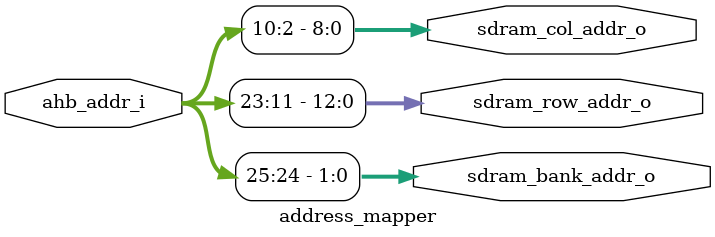
<source format=v>
`timescale 1ns / 1ps

module address_mapper #(
    parameter ADDR_WIDTH        = 32,   // AHB-Lite Address Width
    parameter DATA_WIDTH        = 32,   // AHB-Lite Data Width (e.g., 32-bit for AHB)
    parameter SDRAM_BANK_WIDTH  = 2,    // SDRAM Bank Address Pins
    parameter SDRAM_COL_WIDTH   = 9,    // SDRAM Column Address Pins
    parameter SDRAM_ROW_WIDTH   = 13    // SDRAM Row Address Pins
) (
    input  [ADDR_WIDTH-1:0]     ahb_addr_i,         // Input AHB-Lite address

    output [SDRAM_BANK_WIDTH-1:0] sdram_bank_addr_o,  // Output SDRAM Bank Address
    output [SDRAM_ROW_WIDTH-1:0]  sdram_row_addr_o,   // Output SDRAM Row Address
    output [SDRAM_COL_WIDTH-1:0]  sdram_col_addr_o    // Output SDRAM Column Address
);

    // Custom function to calculate ceiling of log2
    // This function is synthesizable when 'value' is a constant at elaboration time.
    function integer custom_clog2;
        input integer value;
        integer i;
        begin
            if (value == 0) begin
                custom_clog2 = 0; // Or handle as an error, depending on design intent
            end else begin
                custom_clog2 = 0;
                for (i = 0; (1 << i) < value; i = i + 1) begin
                    custom_clog2 = i + 1;
                end
                // If value is a perfect power of 2, the loop condition (1 << i) < value
                // will make 'i' one less than the actual log2, so we add 1.
                // For example, if value = 4 (100 in binary), i will be 1 (1 << 1 = 2 < 4),
                // then i becomes 2 (1 << 2 = 4 is NOT < 4), so loop stops.
                // custom_clog2 = 1+1 = 2. This is correct for clog2(4) = 2.
                // If value = 3, i will be 0 (1 << 0 = 1 < 3), custom_clog2 = 1.
                // then i becomes 1 (1 << 1 = 2 < 3), custom_clog2 = 2.
                // then i becomes 2 (1 << 2 = 4 is NOT < 3), so loop stops.
                // custom_clog2 = 2. This is correct for clog2(3) = 2.
            end
        end
    endfunction

    // Calculate the starting bit for column, row, and bank addresses using the custom function
    // This assumes a byte-addressable AHB bus, where the lowest 2 bits (for 32-bit data)
    // are byte offsets and are typically ignored for word/half-word accesses to memory devices.
    // So, the actual memory address bits start from AHB_ADDR[2].

    localparam COL_ADDR_LSB = custom_clog2(DATA_WIDTH/8); // LSB for column address (e.g., 2 for 32-bit data)
    localparam ROW_ADDR_LSB = COL_ADDR_LSB + SDRAM_COL_WIDTH;
    localparam BANK_ADDR_LSB = ROW_ADDR_LSB + SDRAM_ROW_WIDTH;

    // Continuous assignments to map the AHB address bits to SDRAM addresses
    // This mapping strategy is common, but MUST be verified against your
    // specific SDRAM device's datasheet and your overall memory map.
    // For example, some systems might interleave bank bits differently for performance.

    assign sdram_col_addr_o  = ahb_addr_i[COL_ADDR_LSB +: SDRAM_COL_WIDTH];
    assign sdram_row_addr_o  = ahb_addr_i[ROW_ADDR_LSB +: SDRAM_ROW_WIDTH];
    assign sdram_bank_addr_o = ahb_addr_i[BANK_ADDR_LSB +: SDRAM_BANK_WIDTH];

    // Important:
    // The AHB_ADDR_WIDTH should be large enough to cover the maximum addressable
    // range of the SDRAM based on its bank, row, and column widths.
    // Max SDRAM Addressable Bits = SDRAM_BANK_WIDTH + SDRAM_ROW_WIDTH + SDRAM_COL_WIDTH

    // Example:
    // If SDRAM_COL_WIDTH = 9, SDRAM_ROW_WIDTH = 13, SDRAM_BANK_WIDTH = 2
    // Total SDRAM address bits = 9 + 13 + 2 = 24 bits
    // AHB_ADDR_i[2+:9] (bits 2 to 10) for column
    // AHB_ADDR_i[11+:13] (bits 11 to 23) for row
    // AHB_ADDR_i[24+:2] (bits 24 to 25) for bank
    // So, AHB_ADDR_i[25:2] would be the relevant address range.
    // ADDR_WIDTH should be at least (BANK_ADDR_LSB + SDRAM_BANK_WIDTH)
    // In this example, 26 bits. If ADDR_WIDTH is 32, the higher bits are unused.

endmodule

</source>
